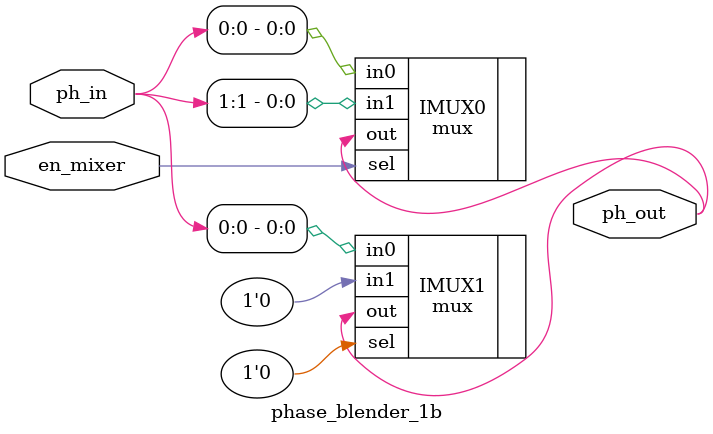
<source format=sv>
module phase_blender_1b (
    input [1:0] ph_in,
    input en_mixer,
    output ph_out
);
    // en_mixer=0: pass ph_in[0] through to output
    // en_mixer=1: blend ph_in[0] and ph_in[1] with a 50% ratio

    mux IMUX0 (
        .in0(ph_in[0]),
        .in1(ph_in[1]),
        .out(ph_out),
        .sel(en_mixer)
    );

    mux IMUX1 (
        .in0(ph_in[0]),
        .in1(1'b0),
        .out(ph_out),
        .sel(1'b0)
    );
endmodule



</source>
